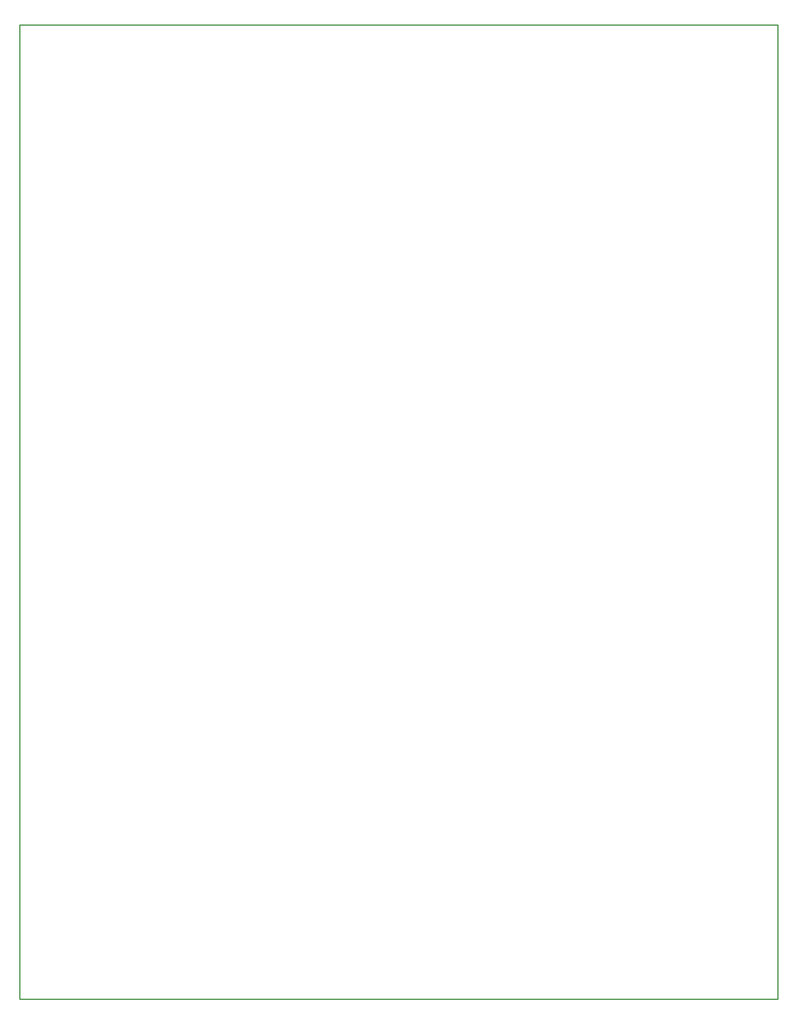
<source format=gbr>
G04 EAGLE Gerber X2 export*
%TF.Part,Single*%
%TF.FileFunction,Profile,NP*%
%TF.FilePolarity,Positive*%
%TF.GenerationSoftware,Autodesk,EAGLE,9.0.1*%
%TF.CreationDate,2019-04-22T21:04:02Z*%
G75*
%MOMM*%
%FSLAX34Y34*%
%LPD*%
%AMOC8*
5,1,8,0,0,1.08239X$1,22.5*%
G01*
%ADD10C,0.254000*%


D10*
X0Y0D02*
X1600000Y0D01*
X1600000Y2054100D01*
X0Y2054100D01*
X0Y0D01*
M02*

</source>
